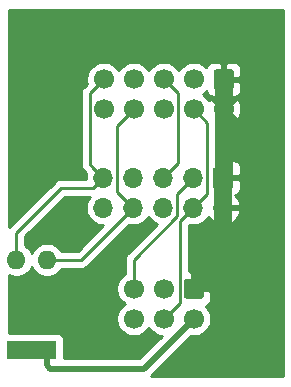
<source format=gbr>
G04 #@! TF.GenerationSoftware,KiCad,Pcbnew,5.1.5+dfsg1-2build2*
G04 #@! TF.CreationDate,2022-03-13T21:16:03-04:00*
G04 #@! TF.ProjectId,RGB_to_hdmi_adapter_coco3,5247425f-746f-45f6-9864-6d695f616461,rev?*
G04 #@! TF.SameCoordinates,Original*
G04 #@! TF.FileFunction,Copper,L1,Top*
G04 #@! TF.FilePolarity,Positive*
%FSLAX46Y46*%
G04 Gerber Fmt 4.6, Leading zero omitted, Abs format (unit mm)*
G04 Created by KiCad (PCBNEW 5.1.5+dfsg1-2build2) date 2022-03-13 21:16:03*
%MOMM*%
%LPD*%
G04 APERTURE LIST*
%ADD10O,1.600000X1.600000*%
%ADD11R,1.600000X1.600000*%
%ADD12C,0.100000*%
%ADD13C,1.700000*%
%ADD14R,1.700000X1.700000*%
%ADD15O,1.700000X1.700000*%
%ADD16C,0.800000*%
%ADD17C,0.250000*%
%ADD18C,1.500000*%
%ADD19C,0.500000*%
%ADD20C,0.254000*%
G04 APERTURE END LIST*
D10*
X123350000Y-137700000D03*
D11*
X123350000Y-145320000D03*
X125950000Y-145320000D03*
D10*
X125950000Y-137700000D03*
G04 #@! TA.AperFunction,ComponentPad*
D12*
G36*
X141524504Y-121576204D02*
G01*
X141548773Y-121579804D01*
X141572571Y-121585765D01*
X141595671Y-121594030D01*
X141617849Y-121604520D01*
X141638893Y-121617133D01*
X141658598Y-121631747D01*
X141676777Y-121648223D01*
X141693253Y-121666402D01*
X141707867Y-121686107D01*
X141720480Y-121707151D01*
X141730970Y-121729329D01*
X141739235Y-121752429D01*
X141745196Y-121776227D01*
X141748796Y-121800496D01*
X141750000Y-121825000D01*
X141750000Y-123025000D01*
X141748796Y-123049504D01*
X141745196Y-123073773D01*
X141739235Y-123097571D01*
X141730970Y-123120671D01*
X141720480Y-123142849D01*
X141707867Y-123163893D01*
X141693253Y-123183598D01*
X141676777Y-123201777D01*
X141658598Y-123218253D01*
X141638893Y-123232867D01*
X141617849Y-123245480D01*
X141595671Y-123255970D01*
X141572571Y-123264235D01*
X141548773Y-123270196D01*
X141524504Y-123273796D01*
X141500000Y-123275000D01*
X140300000Y-123275000D01*
X140275496Y-123273796D01*
X140251227Y-123270196D01*
X140227429Y-123264235D01*
X140204329Y-123255970D01*
X140182151Y-123245480D01*
X140161107Y-123232867D01*
X140141402Y-123218253D01*
X140123223Y-123201777D01*
X140106747Y-123183598D01*
X140092133Y-123163893D01*
X140079520Y-123142849D01*
X140069030Y-123120671D01*
X140060765Y-123097571D01*
X140054804Y-123073773D01*
X140051204Y-123049504D01*
X140050000Y-123025000D01*
X140050000Y-121825000D01*
X140051204Y-121800496D01*
X140054804Y-121776227D01*
X140060765Y-121752429D01*
X140069030Y-121729329D01*
X140079520Y-121707151D01*
X140092133Y-121686107D01*
X140106747Y-121666402D01*
X140123223Y-121648223D01*
X140141402Y-121631747D01*
X140161107Y-121617133D01*
X140182151Y-121604520D01*
X140204329Y-121594030D01*
X140227429Y-121585765D01*
X140251227Y-121579804D01*
X140275496Y-121576204D01*
X140300000Y-121575000D01*
X141500000Y-121575000D01*
X141524504Y-121576204D01*
G37*
G04 #@! TD.AperFunction*
D13*
X138360000Y-122425000D03*
X135820000Y-122425000D03*
X133280000Y-122425000D03*
X130740000Y-122425000D03*
X140900000Y-124965000D03*
X138360000Y-124965000D03*
X135820000Y-124965000D03*
X133280000Y-124965000D03*
X130740000Y-124965000D03*
D14*
X140870000Y-130750000D03*
D15*
X140870000Y-133290000D03*
X138330000Y-130750000D03*
X138330000Y-133290000D03*
X135790000Y-130750000D03*
X135790000Y-133290000D03*
X133250000Y-130750000D03*
X133250000Y-133290000D03*
X130710000Y-130750000D03*
X130710000Y-133290000D03*
G04 #@! TA.AperFunction,ComponentPad*
D12*
G36*
X138989504Y-139301204D02*
G01*
X139013773Y-139304804D01*
X139037571Y-139310765D01*
X139060671Y-139319030D01*
X139082849Y-139329520D01*
X139103893Y-139342133D01*
X139123598Y-139356747D01*
X139141777Y-139373223D01*
X139158253Y-139391402D01*
X139172867Y-139411107D01*
X139185480Y-139432151D01*
X139195970Y-139454329D01*
X139204235Y-139477429D01*
X139210196Y-139501227D01*
X139213796Y-139525496D01*
X139215000Y-139550000D01*
X139215000Y-140750000D01*
X139213796Y-140774504D01*
X139210196Y-140798773D01*
X139204235Y-140822571D01*
X139195970Y-140845671D01*
X139185480Y-140867849D01*
X139172867Y-140888893D01*
X139158253Y-140908598D01*
X139141777Y-140926777D01*
X139123598Y-140943253D01*
X139103893Y-140957867D01*
X139082849Y-140970480D01*
X139060671Y-140980970D01*
X139037571Y-140989235D01*
X139013773Y-140995196D01*
X138989504Y-140998796D01*
X138965000Y-141000000D01*
X137765000Y-141000000D01*
X137740496Y-140998796D01*
X137716227Y-140995196D01*
X137692429Y-140989235D01*
X137669329Y-140980970D01*
X137647151Y-140970480D01*
X137626107Y-140957867D01*
X137606402Y-140943253D01*
X137588223Y-140926777D01*
X137571747Y-140908598D01*
X137557133Y-140888893D01*
X137544520Y-140867849D01*
X137534030Y-140845671D01*
X137525765Y-140822571D01*
X137519804Y-140798773D01*
X137516204Y-140774504D01*
X137515000Y-140750000D01*
X137515000Y-139550000D01*
X137516204Y-139525496D01*
X137519804Y-139501227D01*
X137525765Y-139477429D01*
X137534030Y-139454329D01*
X137544520Y-139432151D01*
X137557133Y-139411107D01*
X137571747Y-139391402D01*
X137588223Y-139373223D01*
X137606402Y-139356747D01*
X137626107Y-139342133D01*
X137647151Y-139329520D01*
X137669329Y-139319030D01*
X137692429Y-139310765D01*
X137716227Y-139304804D01*
X137740496Y-139301204D01*
X137765000Y-139300000D01*
X138965000Y-139300000D01*
X138989504Y-139301204D01*
G37*
G04 #@! TD.AperFunction*
D13*
X135825000Y-140150000D03*
X133285000Y-140150000D03*
X138365000Y-142690000D03*
X135825000Y-142690000D03*
X133285000Y-142690000D03*
D16*
X129900000Y-140950000D03*
X127075000Y-134300000D03*
D17*
X129860001Y-129900001D02*
X130710000Y-130750000D01*
X129564999Y-129604999D02*
X129860001Y-129900001D01*
X129564999Y-123600001D02*
X129564999Y-129604999D01*
X130740000Y-122425000D02*
X129564999Y-123600001D01*
X129860001Y-131599999D02*
X127150001Y-131599999D01*
X130710000Y-130750000D02*
X129860001Y-131599999D01*
X123350000Y-135400000D02*
X123350000Y-137700000D01*
X127150001Y-131599999D02*
X123350000Y-135400000D01*
D18*
X123350000Y-145320000D02*
X125950000Y-145320000D01*
D19*
X125950000Y-146650000D02*
X126225000Y-146925000D01*
X125950000Y-145320000D02*
X125950000Y-146650000D01*
X134130000Y-146925000D02*
X138365000Y-142690000D01*
X126225000Y-146925000D02*
X134130000Y-146925000D01*
D17*
X132400001Y-132440001D02*
X133250000Y-133290000D01*
X131885001Y-131925001D02*
X132400001Y-132440001D01*
X131885001Y-126359999D02*
X131885001Y-131925001D01*
X133280000Y-124965000D02*
X131885001Y-126359999D01*
X128840000Y-137700000D02*
X125950000Y-137700000D01*
X133250000Y-133290000D02*
X128840000Y-137700000D01*
D18*
X140900000Y-122425000D02*
X140900000Y-124965000D01*
X140900000Y-130720000D02*
X140870000Y-130750000D01*
X140900000Y-124965000D02*
X140900000Y-130720000D01*
X140870000Y-130750000D02*
X140870000Y-133290000D01*
X140870000Y-137645000D02*
X138365000Y-140150000D01*
X140870000Y-133290000D02*
X140870000Y-137645000D01*
D17*
X133285000Y-138947919D02*
X133285000Y-140150000D01*
X133285000Y-137698590D02*
X133285000Y-138947919D01*
X136965001Y-134018589D02*
X133285000Y-137698590D01*
X136965001Y-132114999D02*
X136965001Y-134018589D01*
X138330000Y-130750000D02*
X136965001Y-132114999D01*
X136639999Y-129900001D02*
X135790000Y-130750000D01*
X136995001Y-129544999D02*
X136639999Y-129900001D01*
X136995001Y-123600001D02*
X136995001Y-129544999D01*
X135820000Y-122425000D02*
X136995001Y-123600001D01*
X139179999Y-132440001D02*
X138330000Y-133290000D01*
X139505001Y-132114999D02*
X139179999Y-132440001D01*
X139505001Y-126110001D02*
X139505001Y-132114999D01*
X138360000Y-124965000D02*
X139505001Y-126110001D01*
X136674999Y-141840001D02*
X135825000Y-142690000D01*
X137189990Y-141325010D02*
X136674999Y-141840001D01*
X137189990Y-134430010D02*
X137189990Y-141325010D01*
X138330000Y-133290000D02*
X137189990Y-134430010D01*
D20*
G36*
X145940000Y-147565000D02*
G01*
X134745191Y-147565000D01*
X134758817Y-147553817D01*
X134786534Y-147520044D01*
X138146040Y-144160539D01*
X138218740Y-144175000D01*
X138511260Y-144175000D01*
X138798158Y-144117932D01*
X139068411Y-144005990D01*
X139311632Y-143843475D01*
X139518475Y-143636632D01*
X139680990Y-143393411D01*
X139792932Y-143123158D01*
X139850000Y-142836260D01*
X139850000Y-142543740D01*
X139792932Y-142256842D01*
X139680990Y-141986589D01*
X139518475Y-141743368D01*
X139386620Y-141611513D01*
X139459180Y-141589502D01*
X139569494Y-141530537D01*
X139666185Y-141451185D01*
X139745537Y-141354494D01*
X139804502Y-141244180D01*
X139840812Y-141124482D01*
X139853072Y-141000000D01*
X139850000Y-140435750D01*
X139691250Y-140277000D01*
X138492000Y-140277000D01*
X138492000Y-140297000D01*
X138238000Y-140297000D01*
X138238000Y-140277000D01*
X138218000Y-140277000D01*
X138218000Y-140023000D01*
X138238000Y-140023000D01*
X138238000Y-138823750D01*
X138492000Y-138823750D01*
X138492000Y-140023000D01*
X139691250Y-140023000D01*
X139850000Y-139864250D01*
X139853072Y-139300000D01*
X139840812Y-139175518D01*
X139804502Y-139055820D01*
X139745537Y-138945506D01*
X139666185Y-138848815D01*
X139569494Y-138769463D01*
X139459180Y-138710498D01*
X139339482Y-138674188D01*
X139215000Y-138661928D01*
X138650750Y-138665000D01*
X138492000Y-138823750D01*
X138238000Y-138823750D01*
X138079250Y-138665000D01*
X137949990Y-138664296D01*
X137949990Y-134744811D01*
X137963592Y-134731209D01*
X138183740Y-134775000D01*
X138476260Y-134775000D01*
X138763158Y-134717932D01*
X139033411Y-134605990D01*
X139276632Y-134443475D01*
X139483475Y-134236632D01*
X139605195Y-134054466D01*
X139674822Y-134171355D01*
X139869731Y-134387588D01*
X140103080Y-134561641D01*
X140365901Y-134686825D01*
X140513110Y-134731476D01*
X140743000Y-134610155D01*
X140743000Y-133417000D01*
X140997000Y-133417000D01*
X140997000Y-134610155D01*
X141226890Y-134731476D01*
X141374099Y-134686825D01*
X141636920Y-134561641D01*
X141870269Y-134387588D01*
X142065178Y-134171355D01*
X142214157Y-133921252D01*
X142311481Y-133646891D01*
X142190814Y-133417000D01*
X140997000Y-133417000D01*
X140743000Y-133417000D01*
X140723000Y-133417000D01*
X140723000Y-133163000D01*
X140743000Y-133163000D01*
X140743000Y-130877000D01*
X140997000Y-130877000D01*
X140997000Y-133163000D01*
X142190814Y-133163000D01*
X142311481Y-132933109D01*
X142214157Y-132658748D01*
X142065178Y-132408645D01*
X141888374Y-132212498D01*
X141964180Y-132189502D01*
X142074494Y-132130537D01*
X142171185Y-132051185D01*
X142250537Y-131954494D01*
X142309502Y-131844180D01*
X142345812Y-131724482D01*
X142358072Y-131600000D01*
X142355000Y-131035750D01*
X142196250Y-130877000D01*
X140997000Y-130877000D01*
X140743000Y-130877000D01*
X140723000Y-130877000D01*
X140723000Y-130623000D01*
X140743000Y-130623000D01*
X140743000Y-129423750D01*
X140997000Y-129423750D01*
X140997000Y-130623000D01*
X142196250Y-130623000D01*
X142355000Y-130464250D01*
X142358072Y-129900000D01*
X142345812Y-129775518D01*
X142309502Y-129655820D01*
X142250537Y-129545506D01*
X142171185Y-129448815D01*
X142074494Y-129369463D01*
X141964180Y-129310498D01*
X141844482Y-129274188D01*
X141720000Y-129261928D01*
X141155750Y-129265000D01*
X140997000Y-129423750D01*
X140743000Y-129423750D01*
X140584250Y-129265000D01*
X140265001Y-129263262D01*
X140265001Y-126307395D01*
X140392883Y-126368371D01*
X140676411Y-126440339D01*
X140968531Y-126455611D01*
X141258019Y-126413599D01*
X141533747Y-126315919D01*
X141671157Y-126242472D01*
X141748792Y-125993397D01*
X140900000Y-125144605D01*
X140885858Y-125158748D01*
X140706253Y-124979143D01*
X140720395Y-124965000D01*
X141079605Y-124965000D01*
X141928397Y-125813792D01*
X142177472Y-125736157D01*
X142303371Y-125472117D01*
X142375339Y-125188589D01*
X142390611Y-124896469D01*
X142348599Y-124606981D01*
X142250919Y-124331253D01*
X142177472Y-124193843D01*
X141928397Y-124116208D01*
X141079605Y-124965000D01*
X140720395Y-124965000D01*
X139871603Y-124116208D01*
X139629311Y-124191729D01*
X139513475Y-124018368D01*
X139306632Y-123811525D01*
X139132240Y-123695000D01*
X139306632Y-123578475D01*
X139438487Y-123446620D01*
X139460498Y-123519180D01*
X139519463Y-123629494D01*
X139598815Y-123726185D01*
X139695506Y-123805537D01*
X139805820Y-123864502D01*
X139925518Y-123900812D01*
X140050000Y-123913072D01*
X140058557Y-123913025D01*
X140051208Y-123936603D01*
X140900000Y-124785395D01*
X141748792Y-123936603D01*
X141741443Y-123913025D01*
X141750000Y-123913072D01*
X141874482Y-123900812D01*
X141994180Y-123864502D01*
X142104494Y-123805537D01*
X142201185Y-123726185D01*
X142280537Y-123629494D01*
X142339502Y-123519180D01*
X142375812Y-123399482D01*
X142388072Y-123275000D01*
X142385000Y-122710750D01*
X142226250Y-122552000D01*
X141027000Y-122552000D01*
X141027000Y-122572000D01*
X140773000Y-122572000D01*
X140773000Y-122552000D01*
X140753000Y-122552000D01*
X140753000Y-122298000D01*
X140773000Y-122298000D01*
X140773000Y-121098750D01*
X141027000Y-121098750D01*
X141027000Y-122298000D01*
X142226250Y-122298000D01*
X142385000Y-122139250D01*
X142388072Y-121575000D01*
X142375812Y-121450518D01*
X142339502Y-121330820D01*
X142280537Y-121220506D01*
X142201185Y-121123815D01*
X142104494Y-121044463D01*
X141994180Y-120985498D01*
X141874482Y-120949188D01*
X141750000Y-120936928D01*
X141185750Y-120940000D01*
X141027000Y-121098750D01*
X140773000Y-121098750D01*
X140614250Y-120940000D01*
X140050000Y-120936928D01*
X139925518Y-120949188D01*
X139805820Y-120985498D01*
X139695506Y-121044463D01*
X139598815Y-121123815D01*
X139519463Y-121220506D01*
X139460498Y-121330820D01*
X139438487Y-121403380D01*
X139306632Y-121271525D01*
X139063411Y-121109010D01*
X138793158Y-120997068D01*
X138506260Y-120940000D01*
X138213740Y-120940000D01*
X137926842Y-120997068D01*
X137656589Y-121109010D01*
X137413368Y-121271525D01*
X137206525Y-121478368D01*
X137090000Y-121652760D01*
X136973475Y-121478368D01*
X136766632Y-121271525D01*
X136523411Y-121109010D01*
X136253158Y-120997068D01*
X135966260Y-120940000D01*
X135673740Y-120940000D01*
X135386842Y-120997068D01*
X135116589Y-121109010D01*
X134873368Y-121271525D01*
X134666525Y-121478368D01*
X134550000Y-121652760D01*
X134433475Y-121478368D01*
X134226632Y-121271525D01*
X133983411Y-121109010D01*
X133713158Y-120997068D01*
X133426260Y-120940000D01*
X133133740Y-120940000D01*
X132846842Y-120997068D01*
X132576589Y-121109010D01*
X132333368Y-121271525D01*
X132126525Y-121478368D01*
X132010000Y-121652760D01*
X131893475Y-121478368D01*
X131686632Y-121271525D01*
X131443411Y-121109010D01*
X131173158Y-120997068D01*
X130886260Y-120940000D01*
X130593740Y-120940000D01*
X130306842Y-120997068D01*
X130036589Y-121109010D01*
X129793368Y-121271525D01*
X129586525Y-121478368D01*
X129424010Y-121721589D01*
X129312068Y-121991842D01*
X129255000Y-122278740D01*
X129255000Y-122571260D01*
X129298791Y-122791408D01*
X129054002Y-123036197D01*
X129024998Y-123060000D01*
X128969870Y-123127175D01*
X128930025Y-123175725D01*
X128876961Y-123275000D01*
X128859453Y-123307755D01*
X128815996Y-123451016D01*
X128804999Y-123562669D01*
X128804999Y-123562679D01*
X128801323Y-123600001D01*
X128804999Y-123637324D01*
X128805000Y-129567667D01*
X128801323Y-129604999D01*
X128805000Y-129642332D01*
X128815705Y-129751015D01*
X128815997Y-129753984D01*
X128859453Y-129897245D01*
X128930025Y-130029275D01*
X128951959Y-130056001D01*
X129024999Y-130145000D01*
X129053997Y-130168798D01*
X129268791Y-130383592D01*
X129225000Y-130603740D01*
X129225000Y-130839999D01*
X127187324Y-130839999D01*
X127150001Y-130836323D01*
X127112678Y-130839999D01*
X127112668Y-130839999D01*
X127001015Y-130850996D01*
X126857754Y-130894453D01*
X126725724Y-130965025D01*
X126642084Y-131033667D01*
X126610000Y-131059998D01*
X126586202Y-131088996D01*
X122839003Y-134836196D01*
X122809999Y-134859999D01*
X122754871Y-134927174D01*
X122735000Y-134951386D01*
X122735000Y-116560000D01*
X145940001Y-116560000D01*
X145940000Y-147565000D01*
G37*
X145940000Y-147565000D02*
X134745191Y-147565000D01*
X134758817Y-147553817D01*
X134786534Y-147520044D01*
X138146040Y-144160539D01*
X138218740Y-144175000D01*
X138511260Y-144175000D01*
X138798158Y-144117932D01*
X139068411Y-144005990D01*
X139311632Y-143843475D01*
X139518475Y-143636632D01*
X139680990Y-143393411D01*
X139792932Y-143123158D01*
X139850000Y-142836260D01*
X139850000Y-142543740D01*
X139792932Y-142256842D01*
X139680990Y-141986589D01*
X139518475Y-141743368D01*
X139386620Y-141611513D01*
X139459180Y-141589502D01*
X139569494Y-141530537D01*
X139666185Y-141451185D01*
X139745537Y-141354494D01*
X139804502Y-141244180D01*
X139840812Y-141124482D01*
X139853072Y-141000000D01*
X139850000Y-140435750D01*
X139691250Y-140277000D01*
X138492000Y-140277000D01*
X138492000Y-140297000D01*
X138238000Y-140297000D01*
X138238000Y-140277000D01*
X138218000Y-140277000D01*
X138218000Y-140023000D01*
X138238000Y-140023000D01*
X138238000Y-138823750D01*
X138492000Y-138823750D01*
X138492000Y-140023000D01*
X139691250Y-140023000D01*
X139850000Y-139864250D01*
X139853072Y-139300000D01*
X139840812Y-139175518D01*
X139804502Y-139055820D01*
X139745537Y-138945506D01*
X139666185Y-138848815D01*
X139569494Y-138769463D01*
X139459180Y-138710498D01*
X139339482Y-138674188D01*
X139215000Y-138661928D01*
X138650750Y-138665000D01*
X138492000Y-138823750D01*
X138238000Y-138823750D01*
X138079250Y-138665000D01*
X137949990Y-138664296D01*
X137949990Y-134744811D01*
X137963592Y-134731209D01*
X138183740Y-134775000D01*
X138476260Y-134775000D01*
X138763158Y-134717932D01*
X139033411Y-134605990D01*
X139276632Y-134443475D01*
X139483475Y-134236632D01*
X139605195Y-134054466D01*
X139674822Y-134171355D01*
X139869731Y-134387588D01*
X140103080Y-134561641D01*
X140365901Y-134686825D01*
X140513110Y-134731476D01*
X140743000Y-134610155D01*
X140743000Y-133417000D01*
X140997000Y-133417000D01*
X140997000Y-134610155D01*
X141226890Y-134731476D01*
X141374099Y-134686825D01*
X141636920Y-134561641D01*
X141870269Y-134387588D01*
X142065178Y-134171355D01*
X142214157Y-133921252D01*
X142311481Y-133646891D01*
X142190814Y-133417000D01*
X140997000Y-133417000D01*
X140743000Y-133417000D01*
X140723000Y-133417000D01*
X140723000Y-133163000D01*
X140743000Y-133163000D01*
X140743000Y-130877000D01*
X140997000Y-130877000D01*
X140997000Y-133163000D01*
X142190814Y-133163000D01*
X142311481Y-132933109D01*
X142214157Y-132658748D01*
X142065178Y-132408645D01*
X141888374Y-132212498D01*
X141964180Y-132189502D01*
X142074494Y-132130537D01*
X142171185Y-132051185D01*
X142250537Y-131954494D01*
X142309502Y-131844180D01*
X142345812Y-131724482D01*
X142358072Y-131600000D01*
X142355000Y-131035750D01*
X142196250Y-130877000D01*
X140997000Y-130877000D01*
X140743000Y-130877000D01*
X140723000Y-130877000D01*
X140723000Y-130623000D01*
X140743000Y-130623000D01*
X140743000Y-129423750D01*
X140997000Y-129423750D01*
X140997000Y-130623000D01*
X142196250Y-130623000D01*
X142355000Y-130464250D01*
X142358072Y-129900000D01*
X142345812Y-129775518D01*
X142309502Y-129655820D01*
X142250537Y-129545506D01*
X142171185Y-129448815D01*
X142074494Y-129369463D01*
X141964180Y-129310498D01*
X141844482Y-129274188D01*
X141720000Y-129261928D01*
X141155750Y-129265000D01*
X140997000Y-129423750D01*
X140743000Y-129423750D01*
X140584250Y-129265000D01*
X140265001Y-129263262D01*
X140265001Y-126307395D01*
X140392883Y-126368371D01*
X140676411Y-126440339D01*
X140968531Y-126455611D01*
X141258019Y-126413599D01*
X141533747Y-126315919D01*
X141671157Y-126242472D01*
X141748792Y-125993397D01*
X140900000Y-125144605D01*
X140885858Y-125158748D01*
X140706253Y-124979143D01*
X140720395Y-124965000D01*
X141079605Y-124965000D01*
X141928397Y-125813792D01*
X142177472Y-125736157D01*
X142303371Y-125472117D01*
X142375339Y-125188589D01*
X142390611Y-124896469D01*
X142348599Y-124606981D01*
X142250919Y-124331253D01*
X142177472Y-124193843D01*
X141928397Y-124116208D01*
X141079605Y-124965000D01*
X140720395Y-124965000D01*
X139871603Y-124116208D01*
X139629311Y-124191729D01*
X139513475Y-124018368D01*
X139306632Y-123811525D01*
X139132240Y-123695000D01*
X139306632Y-123578475D01*
X139438487Y-123446620D01*
X139460498Y-123519180D01*
X139519463Y-123629494D01*
X139598815Y-123726185D01*
X139695506Y-123805537D01*
X139805820Y-123864502D01*
X139925518Y-123900812D01*
X140050000Y-123913072D01*
X140058557Y-123913025D01*
X140051208Y-123936603D01*
X140900000Y-124785395D01*
X141748792Y-123936603D01*
X141741443Y-123913025D01*
X141750000Y-123913072D01*
X141874482Y-123900812D01*
X141994180Y-123864502D01*
X142104494Y-123805537D01*
X142201185Y-123726185D01*
X142280537Y-123629494D01*
X142339502Y-123519180D01*
X142375812Y-123399482D01*
X142388072Y-123275000D01*
X142385000Y-122710750D01*
X142226250Y-122552000D01*
X141027000Y-122552000D01*
X141027000Y-122572000D01*
X140773000Y-122572000D01*
X140773000Y-122552000D01*
X140753000Y-122552000D01*
X140753000Y-122298000D01*
X140773000Y-122298000D01*
X140773000Y-121098750D01*
X141027000Y-121098750D01*
X141027000Y-122298000D01*
X142226250Y-122298000D01*
X142385000Y-122139250D01*
X142388072Y-121575000D01*
X142375812Y-121450518D01*
X142339502Y-121330820D01*
X142280537Y-121220506D01*
X142201185Y-121123815D01*
X142104494Y-121044463D01*
X141994180Y-120985498D01*
X141874482Y-120949188D01*
X141750000Y-120936928D01*
X141185750Y-120940000D01*
X141027000Y-121098750D01*
X140773000Y-121098750D01*
X140614250Y-120940000D01*
X140050000Y-120936928D01*
X139925518Y-120949188D01*
X139805820Y-120985498D01*
X139695506Y-121044463D01*
X139598815Y-121123815D01*
X139519463Y-121220506D01*
X139460498Y-121330820D01*
X139438487Y-121403380D01*
X139306632Y-121271525D01*
X139063411Y-121109010D01*
X138793158Y-120997068D01*
X138506260Y-120940000D01*
X138213740Y-120940000D01*
X137926842Y-120997068D01*
X137656589Y-121109010D01*
X137413368Y-121271525D01*
X137206525Y-121478368D01*
X137090000Y-121652760D01*
X136973475Y-121478368D01*
X136766632Y-121271525D01*
X136523411Y-121109010D01*
X136253158Y-120997068D01*
X135966260Y-120940000D01*
X135673740Y-120940000D01*
X135386842Y-120997068D01*
X135116589Y-121109010D01*
X134873368Y-121271525D01*
X134666525Y-121478368D01*
X134550000Y-121652760D01*
X134433475Y-121478368D01*
X134226632Y-121271525D01*
X133983411Y-121109010D01*
X133713158Y-120997068D01*
X133426260Y-120940000D01*
X133133740Y-120940000D01*
X132846842Y-120997068D01*
X132576589Y-121109010D01*
X132333368Y-121271525D01*
X132126525Y-121478368D01*
X132010000Y-121652760D01*
X131893475Y-121478368D01*
X131686632Y-121271525D01*
X131443411Y-121109010D01*
X131173158Y-120997068D01*
X130886260Y-120940000D01*
X130593740Y-120940000D01*
X130306842Y-120997068D01*
X130036589Y-121109010D01*
X129793368Y-121271525D01*
X129586525Y-121478368D01*
X129424010Y-121721589D01*
X129312068Y-121991842D01*
X129255000Y-122278740D01*
X129255000Y-122571260D01*
X129298791Y-122791408D01*
X129054002Y-123036197D01*
X129024998Y-123060000D01*
X128969870Y-123127175D01*
X128930025Y-123175725D01*
X128876961Y-123275000D01*
X128859453Y-123307755D01*
X128815996Y-123451016D01*
X128804999Y-123562669D01*
X128804999Y-123562679D01*
X128801323Y-123600001D01*
X128804999Y-123637324D01*
X128805000Y-129567667D01*
X128801323Y-129604999D01*
X128805000Y-129642332D01*
X128815705Y-129751015D01*
X128815997Y-129753984D01*
X128859453Y-129897245D01*
X128930025Y-130029275D01*
X128951959Y-130056001D01*
X129024999Y-130145000D01*
X129053997Y-130168798D01*
X129268791Y-130383592D01*
X129225000Y-130603740D01*
X129225000Y-130839999D01*
X127187324Y-130839999D01*
X127150001Y-130836323D01*
X127112678Y-130839999D01*
X127112668Y-130839999D01*
X127001015Y-130850996D01*
X126857754Y-130894453D01*
X126725724Y-130965025D01*
X126642084Y-131033667D01*
X126610000Y-131059998D01*
X126586202Y-131088996D01*
X122839003Y-134836196D01*
X122809999Y-134859999D01*
X122754871Y-134927174D01*
X122735000Y-134951386D01*
X122735000Y-116560000D01*
X145940001Y-116560000D01*
X145940000Y-147565000D01*
G36*
X134636525Y-134236632D02*
G01*
X134843368Y-134443475D01*
X135086589Y-134605990D01*
X135239472Y-134669316D01*
X132774003Y-137134786D01*
X132744999Y-137158589D01*
X132689871Y-137225764D01*
X132650026Y-137274314D01*
X132646225Y-137281426D01*
X132579454Y-137406344D01*
X132535997Y-137549605D01*
X132525000Y-137661258D01*
X132525000Y-137661268D01*
X132521324Y-137698590D01*
X132525000Y-137735913D01*
X132525001Y-138871821D01*
X132338368Y-138996525D01*
X132131525Y-139203368D01*
X131969010Y-139446589D01*
X131857068Y-139716842D01*
X131800000Y-140003740D01*
X131800000Y-140296260D01*
X131857068Y-140583158D01*
X131969010Y-140853411D01*
X132131525Y-141096632D01*
X132338368Y-141303475D01*
X132512760Y-141420000D01*
X132338368Y-141536525D01*
X132131525Y-141743368D01*
X131969010Y-141986589D01*
X131857068Y-142256842D01*
X131800000Y-142543740D01*
X131800000Y-142836260D01*
X131857068Y-143123158D01*
X131969010Y-143393411D01*
X132131525Y-143636632D01*
X132338368Y-143843475D01*
X132581589Y-144005990D01*
X132851842Y-144117932D01*
X133138740Y-144175000D01*
X133431260Y-144175000D01*
X133718158Y-144117932D01*
X133988411Y-144005990D01*
X134231632Y-143843475D01*
X134438475Y-143636632D01*
X134555000Y-143462240D01*
X134671525Y-143636632D01*
X134878368Y-143843475D01*
X135121589Y-144005990D01*
X135391842Y-144117932D01*
X135636770Y-144166652D01*
X133763422Y-146040000D01*
X127388072Y-146040000D01*
X127388072Y-144520000D01*
X127375812Y-144395518D01*
X127339502Y-144275820D01*
X127280537Y-144165506D01*
X127201185Y-144068815D01*
X127104494Y-143989463D01*
X126994180Y-143930498D01*
X126874482Y-143894188D01*
X126750000Y-143881928D01*
X125150000Y-143881928D01*
X125025518Y-143894188D01*
X124905820Y-143930498D01*
X124897397Y-143935000D01*
X124402603Y-143935000D01*
X124394180Y-143930498D01*
X124274482Y-143894188D01*
X124150000Y-143881928D01*
X122735000Y-143881928D01*
X122735000Y-138998491D01*
X122931426Y-139079853D01*
X123208665Y-139135000D01*
X123491335Y-139135000D01*
X123768574Y-139079853D01*
X124029727Y-138971680D01*
X124264759Y-138814637D01*
X124464637Y-138614759D01*
X124621680Y-138379727D01*
X124650000Y-138311356D01*
X124678320Y-138379727D01*
X124835363Y-138614759D01*
X125035241Y-138814637D01*
X125270273Y-138971680D01*
X125531426Y-139079853D01*
X125808665Y-139135000D01*
X126091335Y-139135000D01*
X126368574Y-139079853D01*
X126629727Y-138971680D01*
X126864759Y-138814637D01*
X127064637Y-138614759D01*
X127168043Y-138460000D01*
X128802678Y-138460000D01*
X128840000Y-138463676D01*
X128877322Y-138460000D01*
X128877333Y-138460000D01*
X128988986Y-138449003D01*
X129132247Y-138405546D01*
X129264276Y-138334974D01*
X129380001Y-138240001D01*
X129403804Y-138210997D01*
X132883592Y-134731210D01*
X133103740Y-134775000D01*
X133396260Y-134775000D01*
X133683158Y-134717932D01*
X133953411Y-134605990D01*
X134196632Y-134443475D01*
X134403475Y-134236632D01*
X134520000Y-134062240D01*
X134636525Y-134236632D01*
G37*
X134636525Y-134236632D02*
X134843368Y-134443475D01*
X135086589Y-134605990D01*
X135239472Y-134669316D01*
X132774003Y-137134786D01*
X132744999Y-137158589D01*
X132689871Y-137225764D01*
X132650026Y-137274314D01*
X132646225Y-137281426D01*
X132579454Y-137406344D01*
X132535997Y-137549605D01*
X132525000Y-137661258D01*
X132525000Y-137661268D01*
X132521324Y-137698590D01*
X132525000Y-137735913D01*
X132525001Y-138871821D01*
X132338368Y-138996525D01*
X132131525Y-139203368D01*
X131969010Y-139446589D01*
X131857068Y-139716842D01*
X131800000Y-140003740D01*
X131800000Y-140296260D01*
X131857068Y-140583158D01*
X131969010Y-140853411D01*
X132131525Y-141096632D01*
X132338368Y-141303475D01*
X132512760Y-141420000D01*
X132338368Y-141536525D01*
X132131525Y-141743368D01*
X131969010Y-141986589D01*
X131857068Y-142256842D01*
X131800000Y-142543740D01*
X131800000Y-142836260D01*
X131857068Y-143123158D01*
X131969010Y-143393411D01*
X132131525Y-143636632D01*
X132338368Y-143843475D01*
X132581589Y-144005990D01*
X132851842Y-144117932D01*
X133138740Y-144175000D01*
X133431260Y-144175000D01*
X133718158Y-144117932D01*
X133988411Y-144005990D01*
X134231632Y-143843475D01*
X134438475Y-143636632D01*
X134555000Y-143462240D01*
X134671525Y-143636632D01*
X134878368Y-143843475D01*
X135121589Y-144005990D01*
X135391842Y-144117932D01*
X135636770Y-144166652D01*
X133763422Y-146040000D01*
X127388072Y-146040000D01*
X127388072Y-144520000D01*
X127375812Y-144395518D01*
X127339502Y-144275820D01*
X127280537Y-144165506D01*
X127201185Y-144068815D01*
X127104494Y-143989463D01*
X126994180Y-143930498D01*
X126874482Y-143894188D01*
X126750000Y-143881928D01*
X125150000Y-143881928D01*
X125025518Y-143894188D01*
X124905820Y-143930498D01*
X124897397Y-143935000D01*
X124402603Y-143935000D01*
X124394180Y-143930498D01*
X124274482Y-143894188D01*
X124150000Y-143881928D01*
X122735000Y-143881928D01*
X122735000Y-138998491D01*
X122931426Y-139079853D01*
X123208665Y-139135000D01*
X123491335Y-139135000D01*
X123768574Y-139079853D01*
X124029727Y-138971680D01*
X124264759Y-138814637D01*
X124464637Y-138614759D01*
X124621680Y-138379727D01*
X124650000Y-138311356D01*
X124678320Y-138379727D01*
X124835363Y-138614759D01*
X125035241Y-138814637D01*
X125270273Y-138971680D01*
X125531426Y-139079853D01*
X125808665Y-139135000D01*
X126091335Y-139135000D01*
X126368574Y-139079853D01*
X126629727Y-138971680D01*
X126864759Y-138814637D01*
X127064637Y-138614759D01*
X127168043Y-138460000D01*
X128802678Y-138460000D01*
X128840000Y-138463676D01*
X128877322Y-138460000D01*
X128877333Y-138460000D01*
X128988986Y-138449003D01*
X129132247Y-138405546D01*
X129264276Y-138334974D01*
X129380001Y-138240001D01*
X129403804Y-138210997D01*
X132883592Y-134731210D01*
X133103740Y-134775000D01*
X133396260Y-134775000D01*
X133683158Y-134717932D01*
X133953411Y-134605990D01*
X134196632Y-134443475D01*
X134403475Y-134236632D01*
X134520000Y-134062240D01*
X134636525Y-134236632D01*
G36*
X129394010Y-132586589D02*
G01*
X129282068Y-132856842D01*
X129225000Y-133143740D01*
X129225000Y-133436260D01*
X129282068Y-133723158D01*
X129394010Y-133993411D01*
X129556525Y-134236632D01*
X129763368Y-134443475D01*
X130006589Y-134605990D01*
X130276842Y-134717932D01*
X130563740Y-134775000D01*
X130690198Y-134775000D01*
X128525199Y-136940000D01*
X127168043Y-136940000D01*
X127064637Y-136785241D01*
X126864759Y-136585363D01*
X126629727Y-136428320D01*
X126368574Y-136320147D01*
X126091335Y-136265000D01*
X125808665Y-136265000D01*
X125531426Y-136320147D01*
X125270273Y-136428320D01*
X125035241Y-136585363D01*
X124835363Y-136785241D01*
X124678320Y-137020273D01*
X124650000Y-137088644D01*
X124621680Y-137020273D01*
X124464637Y-136785241D01*
X124264759Y-136585363D01*
X124110000Y-136481957D01*
X124110000Y-135714801D01*
X127464803Y-132359999D01*
X129545413Y-132359999D01*
X129394010Y-132586589D01*
G37*
X129394010Y-132586589D02*
X129282068Y-132856842D01*
X129225000Y-133143740D01*
X129225000Y-133436260D01*
X129282068Y-133723158D01*
X129394010Y-133993411D01*
X129556525Y-134236632D01*
X129763368Y-134443475D01*
X130006589Y-134605990D01*
X130276842Y-134717932D01*
X130563740Y-134775000D01*
X130690198Y-134775000D01*
X128525199Y-136940000D01*
X127168043Y-136940000D01*
X127064637Y-136785241D01*
X126864759Y-136585363D01*
X126629727Y-136428320D01*
X126368574Y-136320147D01*
X126091335Y-136265000D01*
X125808665Y-136265000D01*
X125531426Y-136320147D01*
X125270273Y-136428320D01*
X125035241Y-136585363D01*
X124835363Y-136785241D01*
X124678320Y-137020273D01*
X124650000Y-137088644D01*
X124621680Y-137020273D01*
X124464637Y-136785241D01*
X124264759Y-136585363D01*
X124110000Y-136481957D01*
X124110000Y-135714801D01*
X127464803Y-132359999D01*
X129545413Y-132359999D01*
X129394010Y-132586589D01*
M02*

</source>
